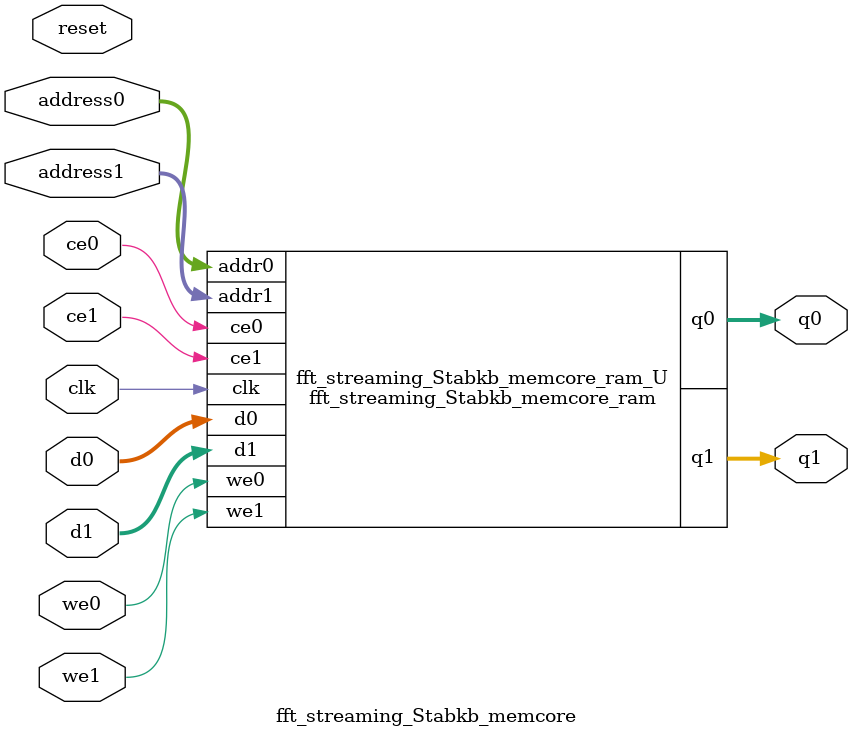
<source format=v>
`timescale 1 ns / 1 ps
module fft_streaming_Stabkb_memcore_ram (addr0, ce0, d0, we0, q0, addr1, ce1, d1, we1, q1,  clk);

parameter DWIDTH = 32;
parameter AWIDTH = 11;
parameter MEM_SIZE = 2048;

input[AWIDTH-1:0] addr0;
input ce0;
input[DWIDTH-1:0] d0;
input we0;
output reg[DWIDTH-1:0] q0;
input[AWIDTH-1:0] addr1;
input ce1;
input[DWIDTH-1:0] d1;
input we1;
output reg[DWIDTH-1:0] q1;
input clk;

(* ram_style = "block" *)reg [DWIDTH-1:0] ram[0:MEM_SIZE-1];




always @(posedge clk)  
begin 
    if (ce0) begin
        if (we0)
        begin 
            ram[addr0] <= d0;
        end 
        q0 <= ram[addr0];
    end
end


always @(posedge clk)  
begin 
    if (ce1) begin
        if (we1)
        begin 
            ram[addr1] <= d1;
        end 
        q1 <= ram[addr1];
    end
end


endmodule

`timescale 1 ns / 1 ps
module fft_streaming_Stabkb_memcore(
    reset,
    clk,
    address0,
    ce0,
    we0,
    d0,
    q0,
    address1,
    ce1,
    we1,
    d1,
    q1);

parameter DataWidth = 32'd32;
parameter AddressRange = 32'd2048;
parameter AddressWidth = 32'd11;
input reset;
input clk;
input[AddressWidth - 1:0] address0;
input ce0;
input we0;
input[DataWidth - 1:0] d0;
output[DataWidth - 1:0] q0;
input[AddressWidth - 1:0] address1;
input ce1;
input we1;
input[DataWidth - 1:0] d1;
output[DataWidth - 1:0] q1;



fft_streaming_Stabkb_memcore_ram fft_streaming_Stabkb_memcore_ram_U(
    .clk( clk ),
    .addr0( address0 ),
    .ce0( ce0 ),
    .we0( we0 ),
    .d0( d0 ),
    .q0( q0 ),
    .addr1( address1 ),
    .ce1( ce1 ),
    .we1( we1 ),
    .d1( d1 ),
    .q1( q1 ));

endmodule


</source>
